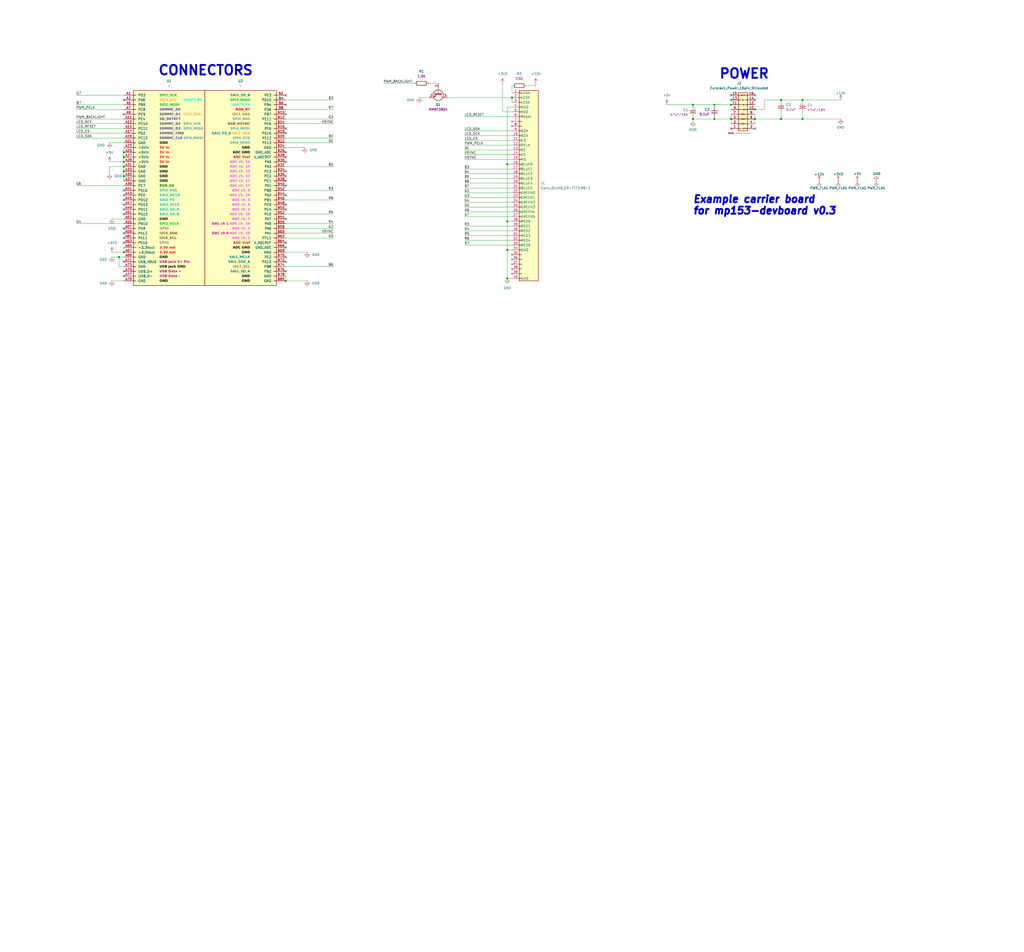
<source format=kicad_sch>
(kicad_sch (version 20250114) (generator "eeschema") (generator_version "9.0")
  (paper "User" 546.1 508)
  (lib_symbols
    (symbol "4ms_Capacitor:100nF_0603_16V" (pin_numbers (hide yes)) (pin_names (offset 0.254) (hide yes))
      (property "Reference" "C" (at 1.905 1.27 0))
      (property "Display" "0.1uF" (at 1.905 -1.27 0))
      (symbol "100nF_0603_16V_1_1"
        (pin passive line (at 0 2.54 270) (length 2.032) (name "~") (number "1"))
        (pin passive line (at 0 -2.54 90) (length 2.032) (name "~") (number "2"))
      )
    )
    (symbol "4ms_Capacitor:47uF_5x5.3_16V" (pin_numbers (hide yes)) (pin_names (offset 0.254) (hide yes))
      (property "Reference" "C" (at 1.905 1.27 0))
      (property "Display" "47uF/16V" (at 1.905 -1.27 0))
      (symbol "47uF_5x5.3_16V_1_1"
        (pin passive line (at 0 2.54 270) (length 2.032) (name "~") (number "1"))
        (pin passive line (at 0 -2.54 90) (length 2.032) (name "~") (number "2"))
      )
    )
    (symbol "4ms_Connector:Conn_01x40_ER-TFT3.99-1" (pin_names (offset 1.016))
      (property "Reference" "J" (at 0 50.8 0))
      (property "Value" "Conn_01x40_ER-TFT3.99-1" (at 0 -53.34 0))
      (symbol "Conn_01x40_ER-TFT3.99-1_1_1"
        (pin passive line (at -5.08 48.26 0) (length 3.81) (name "LEDA") (number "1"))
        (pin passive line (at -5.08 45.72 0) (length 3.81) (name "LEDK") (number "2"))
        (pin passive line (at -5.08 43.18 0) (length 3.81) (name "LEDK") (number "3"))
        (pin passive line (at -5.08 40.64 0) (length 3.81) (name "GND") (number "4"))
        (pin passive line (at -5.08 38.1 0) (length 3.81) (name "VDD") (number "5"))
        (pin passive line (at -5.08 35.56 0) (length 3.81) (name "Reset") (number "6"))
        (pin no_connect line (at -5.08 33.02 0) (length 3.81) (name "") (number "7"))
        (pin no_connect line (at -5.08 30.48 0) (length 3.81) (name "") (number "8"))
        (pin passive line (at -5.08 27.94 0) (length 3.81) (name "SDA") (number "9"))
        (pin passive line (at -5.08 25.4 0) (length 3.81) (name "SCK") (number "10"))
        (pin passive line (at -5.08 22.86 0) (length 3.81) (name "CS") (number "11"))
        (pin passive line (at -5.08 20.32 0) (length 3.81) (name "PCLK") (number "12"))
        (pin passive line (at -5.08 17.78 0) (length 3.81) (name "DE") (number "13"))
        (pin passive line (at -5.08 15.24 0) (length 3.81) (name "VS") (number "14"))
        (pin passive line (at -5.08 12.7 0) (length 3.81) (name "HS") (number "15"))
        (pin passive line (at -5.08 10.16 0) (length 3.81) (name "BLUE0") (number "16"))
        (pin passive line (at -5.08 7.62 0) (length 3.81) (name "BLUE1") (number "17"))
        (pin passive line (at -5.08 5.08 0) (length 3.81) (name "BLUE2") (number "18"))
        (pin passive line (at -5.08 2.54 0) (length 3.81) (name "BLUE3") (number "19"))
        (pin passive line (at -5.08 0 0) (length 3.81) (name "BLUE4") (number "20"))
        (pin passive line (at -5.08 -2.54 0) (length 3.81) (name "BLUE5") (number "21"))
        (pin passive line (at -5.08 -5.08 0) (length 3.81) (name "GREEN0") (number "22"))
        (pin passive line (at -5.08 -7.62 0) (length 3.81) (name "GREEN1") (number "23"))
        (pin passive line (at -5.08 -10.16 0) (length 3.81) (name "GREEN2") (number "24"))
        (pin passive line (at -5.08 -12.7 0) (length 3.81) (name "GREEN3") (number "25"))
        (pin passive line (at -5.08 -15.24 0) (length 3.81) (name "GREEN4") (number "26"))
        (pin passive line (at -5.08 -17.78 0) (length 3.81) (name "GREEN5") (number "27"))
        (pin passive line (at -5.08 -20.32 0) (length 3.81) (name "RED0") (number "28"))
        (pin passive line (at -5.08 -22.86 0) (length 3.81) (name "RED1") (number "29"))
        (pin passive line (at -5.08 -25.4 0) (length 3.81) (name "RED2") (number "30"))
        (pin passive line (at -5.08 -27.94 0) (length 3.81) (name "RED3") (number "31"))
        (pin passive line (at -5.08 -30.48 0) (length 3.81) (name "RED4") (number "32"))
        (pin passive line (at -5.08 -33.02 0) (length 3.81) (name "RED5") (number "33"))
        (pin passive line (at -5.08 -35.56 0) (length 3.81) (name "GND") (number "34"))
        (pin no_connect line (at -5.08 -38.1 0) (length 3.81) (name "") (number "35"))
        (pin no_connect line (at -5.08 -40.64 0) (length 3.81) (name "") (number "36"))
        (pin no_connect line (at -5.08 -43.18 0) (length 3.81) (name "") (number "37"))
        (pin no_connect line (at -5.08 -45.72 0) (length 3.81) (name "") (number "38"))
        (pin no_connect line (at -5.08 -48.26 0) (length 3.81) (name "") (number "39"))
        (pin passive line (at -5.08 -50.8 0) (length 3.81) (name "GND") (number "40"))
      )
    )
    (symbol "4ms_Connector:Eurorack_Power_16pin_Shrouded" (pin_names (offset 0.0254) (hide yes))
      (property "Reference" "J" (at 0 11.43 0))
      (property "Value" "Eurorack_Power_16pin_Shrouded" (at 0 13.97 0))
      (symbol "Eurorack_Power_16pin_Shrouded_0_0"
        (text "STRIPE" (at -6.35 -11.43 0) (effects (font (size 0.635 0.635))))
        (text "GATE" (at 0 8.89 0) (effects (font (size 0.635 0.635))))
        (text "CV" (at 0 6.35 0) (effects (font (size 0.635 0.635))))
        (text "+5" (at 0 3.81 0) (effects (font (size 0.635 0.635))))
        (text "+12" (at 0 1.27 0) (effects (font (size 0.635 0.635))))
        (text "GND" (at 0 -1.27 0) (effects (font (size 0.635 0.635))))
        (text "GND" (at 0 -3.81 0) (effects (font (size 0.635 0.635))))
        (text "GND" (at 0 -6.35 0) (effects (font (size 0.635 0.635))))
        (text "-12" (at 0 -8.89 0) (effects (font (size 0.635 0.635))))
      )
      (symbol "Eurorack_Power_16pin_Shrouded_1_1"
        (pin passive line (at -6.35 8.89 0) (length 3.81) (name "GATE") (number "15"))
        (pin passive line (at -6.35 6.35 0) (length 3.81) (name "CV") (number "13"))
        (pin passive line (at -6.35 3.81 0) (length 3.81) (name "5V") (number "11"))
        (pin passive line (at -6.35 1.27 0) (length 3.81) (name "+12V") (number "9"))
        (pin passive line (at -6.35 -1.27 0) (length 3.81) (name "GND") (number "7"))
        (pin passive line (at -6.35 -3.81 0) (length 3.81) (name "GND") (number "5"))
        (pin passive line (at -6.35 -6.35 0) (length 3.81) (name "GND") (number "3"))
        (pin passive line (at -6.35 -8.89 0) (length 3.81) (name "-12V") (number "1"))
        (pin passive line (at 6.35 8.89 180) (length 3.81) (name "GATE") (number "16"))
        (pin passive line (at 6.35 6.35 180) (length 3.81) (name "CV") (number "14"))
        (pin passive line (at 6.35 3.81 180) (length 3.81) (name "5V") (number "12"))
        (pin passive line (at 6.35 1.27 180) (length 3.81) (name "+12V") (number "10"))
        (pin passive line (at 6.35 -1.27 180) (length 3.81) (name "GND") (number "8"))
        (pin passive line (at 6.35 -3.81 180) (length 3.81) (name "GND") (number "6"))
        (pin passive line (at 6.35 -6.35 180) (length 3.81) (name "GND") (number "4"))
        (pin passive line (at 6.35 -8.89 180) (length 3.81) (name "-12V") (number "2"))
      )
    )
    (symbol "4ms_Power_Symbol:+5V" (power) (pin_names (offset 0))
      (property "Value" "+5V" (at 0 3.556 0))
      (symbol "+5V_1_1"
        (pin power_in line (at 0 0 90) (length 0) (hide yes) (name "+5V") (number "1"))
      )
    )
    (symbol "4ms_Resistor_0603:1.5k_0603" (pin_numbers (hide yes)) (pin_names (offset 0))
      (property "Reference" "R" (at 2.032 0 90))
      (property "Display" "1.5k" (at 3.81 0 90))
      (symbol "1.5k_0603_1_1"
        (pin passive line (at 0 3.81 270) (length 1.27) (name "~") (number "1"))
        (pin passive line (at 0 -3.81 90) (length 1.27) (name "~") (number "2"))
      )
    )
    (symbol "4ms_Resistor_0603:33Ω_0603" (pin_numbers (hide yes)) (pin_names (offset 0))
      (property "Reference" "R" (at 2.032 0 90))
      (property "Display" "33Ω" (at 3.81 0 90))
      (symbol "33Ω_0603_1_1"
        (pin passive line (at 0 3.81 270) (length 1.27) (name "~") (number "1"))
        (pin passive line (at 0 -3.81 90) (length 1.27) (name "~") (number "2"))
      )
    )
    (symbol "4ms_Transistor:MMBT3904" (pin_names (offset 0) (hide yes))
      (property "Reference" "Q" (at 5.08 1.27 0))
      (property "Display" "MMBT3904" (at 8.89 -1.27 0))
      (symbol "MMBT3904_1_1"
        (pin input line (at -5.08 0 0) (length 2.54) (name "B") (number "1"))
        (pin passive line (at 2.54 5.08 270) (length 2.54) (name "C") (number "3"))
        (pin passive line (at 2.54 -5.08 90) (length 2.54) (name "E") (number "2"))
      )
    )
    (symbol "mp153-devboard:mp153-devboard-v0.1-socket-A" (pin_names (offset 2.54))
      (property "Reference" "U" (at -1.27 53.34 0))
      (symbol "mp153-devboard-v0.1-socket-A_1_1"
        (text "SPI2_SCK" (at -5.08 49.53 0) (effects (font (size 1.27 1.27) (bold yes)) (justify left)))
        (text "I2C3_SCL" (at -5.08 46.99 0) (effects (font (size 1.27 1.27) (bold yes)) (justify left)))
        (text "SPI2_MOSI" (at -5.08 44.45 0) (effects (font (size 1.27 1.27) (bold yes)) (justify left)))
        (text "SDMMC_D0" (at -5.08 41.91 0) (effects (font (size 1.27 1.27) (bold yes)) (justify left)))
        (text "SDMMC_D1" (at -5.08 39.37 0) (effects (font (size 1.27 1.27) (bold yes)) (justify left)))
        (text "SD_DETECT" (at -5.08 36.83 0) (effects (font (size 1.27 1.27) (bold yes)) (justify left)))
        (text "SDMMC_D2" (at -5.08 34.29 0) (effects (font (size 1.27 1.27) (bold yes)) (justify left)))
        (text "SDMMC_D3" (at -5.08 31.75 0) (effects (font (size 1.27 1.27) (bold yes)) (justify left)))
        (text "SDMMC_CMD" (at -5.08 29.21 0) (effects (font (size 1.27 1.27) (bold yes)) (justify left)))
        (text "SDMMC_CLK" (at -5.08 26.67 0) (effects (font (size 1.27 1.27) (bold yes)) (justify left)))
        (text "GND" (at -5.08 24.13 0) (effects (font (size 1.27 1.27) (bold yes)) (justify left)))
        (text "5V In" (at -5.08 21.59 0) (effects (font (size 1.27 1.27) (bold yes)) (justify left)))
        (text "5V In" (at -5.08 19.05 0) (effects (font (size 1.27 1.27) (bold yes)) (justify left)))
        (text "5V In" (at -5.08 16.51 0) (effects (font (size 1.27 1.27) (bold yes)) (justify left)))
        (text "5V In" (at -5.08 13.97 0) (effects (font (size 1.27 1.27) (bold yes)) (justify left)))
        (text "GND" (at -5.08 11.43 0) (effects (font (size 1.27 1.27) (bold yes)) (justify left)))
        (text "GND" (at -5.08 8.89 0) (effects (font (size 1.27 1.27) (bold yes)) (justify left)))
        (text "GND" (at -5.08 6.35 0) (effects (font (size 1.27 1.27) (bold yes)) (justify left)))
        (text "GND" (at -5.08 3.81 0) (effects (font (size 1.27 1.27) (bold yes)) (justify left)))
        (text "RGB_G6" (at -5.08 1.27 0) (effects (font (size 1.27 1.27) (bold yes)) (justify left)))
        (text "SPI3_NSS" (at -5.08 -1.27 0) (effects (font (size 1.27 1.27) (bold yes)) (justify left)))
        (text "SAI2_MCLK" (at -5.08 -3.81 0) (effects (font (size 1.27 1.27) (bold yes)) (justify left)))
        (text "SAI2_FS" (at -5.08 -6.35 0) (effects (font (size 1.27 1.27) (bold yes)) (justify left)))
        (text "SAI2_SCLK" (at -5.08 -8.89 0) (effects (font (size 1.27 1.27) (bold yes)) (justify left)))
        (text "SAI2_SD_A" (at -5.08 -11.43 0) (effects (font (size 1.27 1.27) (bold yes)) (justify left)))
        (text "SAI2_SD_B" (at -5.08 -13.97 0) (effects (font (size 1.27 1.27) (bold yes)) (justify left)))
        (text "GND" (at -5.08 -16.51 0) (effects (font (size 1.27 1.27) (bold yes)) (justify left)))
        (text "SPI2_SCLK" (at -5.08 -19.05 0) (effects (font (size 1.27 1.27) (bold yes)) (justify left)))
        (text "GPIO" (at -5.08 -21.59 0) (effects (font (size 1.27 1.27) (bold yes)) (justify left)))
        (text "I2C6_SDA" (at -5.08 -24.13 0) (effects (font (size 1.27 1.27) (bold yes)) (justify left)))
        (text "I2C6_SCL" (at -5.08 -26.67 0) (effects (font (size 1.27 1.27) (bold yes)) (justify left)))
        (text "GPIO" (at -5.08 -29.21 0) (effects (font (size 1.27 1.27) (bold yes)) (justify left)))
        (text "3.3V out" (at -5.08 -31.75 0) (effects (font (size 1.27 1.27) (bold yes)) (justify left)))
        (text "3.3V out" (at -5.08 -34.29 0) (effects (font (size 1.27 1.27) (bold yes)) (justify left)))
        (text "GND" (at -5.08 -36.83 0) (effects (font (size 1.27 1.27) (bold yes)) (justify left)))
        (text "USB Jack V+ Pin" (at -5.08 -39.37 0) (effects (font (size 1.27 1.27) (bold yes)) (justify left)))
        (text "USB Jack GND" (at -5.08 -41.91 0) (effects (font (size 1.27 1.27) (bold yes)) (justify left)))
        (text "USB Data +" (at -5.08 -44.45 0) (effects (font (size 1.27 1.27) (bold yes)) (justify left)))
        (text "USB Data -" (at -5.08 -46.99 0) (effects (font (size 1.27 1.27) (bold yes)) (justify left)))
        (text "GND" (at -5.08 -49.53 0) (effects (font (size 1.27 1.27) (bold yes)) (justify left)))
        (text "UART7_RX" (at 7.62 46.99 0) (effects (font (size 1.27 1.27) (bold yes)) (justify left)))
        (text "I2C3_SDA" (at 7.62 39.37 0) (effects (font (size 1.27 1.27) (bold yes)) (justify left)))
        (text "SPI3_SCK" (at 7.62 34.29 0) (effects (font (size 1.27 1.27) (bold yes)) (justify left)))
        (text "SPI3_MISO" (at 7.62 31.75 0) (effects (font (size 1.27 1.27) (bold yes)) (justify left)))
        (text "SPI3_MOSI" (at 7.62 26.67 0) (effects (font (size 1.27 1.27) (bold yes)) (justify left)))
        (pin passive line (at -24.13 49.53 0) (length 5.08) (name "PD3") (number "A1"))
        (pin passive line (at -24.13 46.99 0) (length 5.08) (name "PA8") (number "A3"))
        (pin passive line (at -24.13 44.45 0) (length 5.08) (name "PB9") (number "A5"))
        (pin passive line (at -24.13 41.91 0) (length 5.08) (name "PC8") (number "A7"))
        (pin passive line (at -24.13 39.37 0) (length 5.08) (name "PC9") (number "A9"))
        (pin passive line (at -24.13 36.83 0) (length 5.08) (name "PE4") (number "A11"))
        (pin passive line (at -24.13 34.29 0) (length 5.08) (name "PC10") (number "A13"))
        (pin passive line (at -24.13 31.75 0) (length 5.08) (name "PC11") (number "A15"))
        (pin passive line (at -24.13 29.21 0) (length 5.08) (name "PD2") (number "A17"))
        (pin passive line (at -24.13 26.67 0) (length 5.08) (name "PC12") (number "A19"))
        (pin passive line (at -24.13 24.13 0) (length 5.08) (name "GND") (number "A21"))
        (pin passive line (at -24.13 21.59 0) (length 5.08) (name "+5Vin") (number "A23"))
        (pin passive line (at -24.13 19.05 0) (length 5.08) (name "+5Vin") (number "A25"))
        (pin passive line (at -24.13 16.51 0) (length 5.08) (name "+5Vin") (number "A27"))
        (pin passive line (at -24.13 13.97 0) (length 5.08) (name "+5Vin") (number "A29"))
        (pin passive line (at -24.13 11.43 0) (length 5.08) (name "GND") (number "A31"))
        (pin passive line (at -24.13 8.89 0) (length 5.08) (name "GND") (number "A33"))
        (pin passive line (at -24.13 6.35 0) (length 5.08) (name "GND") (number "A35"))
        (pin passive line (at -24.13 3.81 0) (length 5.08) (name "GND") (number "A37"))
        (pin passive line (at -24.13 1.27 0) (length 5.08) (name "PC7") (number "A39"))
        (pin passive line (at -24.13 -1.27 0) (length 5.08) (name "PA10") (number "A41"))
        (pin passive line (at -24.13 -3.81 0) (length 5.08) (name "PE0") (number "A43"))
        (pin passive line (at -24.13 -6.35 0) (length 5.08) (name "PD12") (number "A45"))
        (pin passive line (at -24.13 -8.89 0) (length 5.08) (name "PD13") (number "A47"))
        (pin passive line (at -24.13 -11.43 0) (length 5.08) (name "PD11") (number "A49"))
        (pin passive line (at -24.13 -13.97 0) (length 5.08) (name "PG10") (number "A51"))
        (pin passive line (at -24.13 -16.51 0) (length 5.08) (name "GND") (number "A53"))
        (pin passive line (at -24.13 -19.05 0) (length 5.08) (name "PB10") (number "A55"))
        (pin passive line (at -24.13 -21.59 0) (length 5.08) (name "PG9") (number "A57"))
        (pin passive line (at -24.13 -24.13 0) (length 5.08) (name "PA12") (number "A59"))
        (pin passive line (at -24.13 -26.67 0) (length 5.08) (name "PA11") (number "A61"))
        (pin passive line (at -24.13 -29.21 0) (length 5.08) (name "PE10") (number "A63"))
        (pin passive line (at -24.13 -31.75 0) (length 5.08) (name "+3.3Vout") (number "A65"))
        (pin passive line (at -24.13 -34.29 0) (length 5.08) (name "+3.3Vout") (number "A67"))
        (pin passive line (at -24.13 -36.83 0) (length 5.08) (name "GND") (number "A69"))
        (pin passive line (at -24.13 -39.37 0) (length 5.08) (name "USB_VBUS") (number "A71"))
        (pin passive line (at -24.13 -41.91 0) (length 5.08) (name "GND") (number "A73"))
        (pin passive line (at -24.13 -44.45 0) (length 5.08) (name "USB_D+") (number "A75"))
        (pin passive line (at -24.13 -46.99 0) (length 5.08) (name "USB_D-") (number "A77"))
        (pin passive line (at -24.13 -49.53 0) (length 5.08) (name "GND") (number "A79"))
      )
    )
    (symbol "mp153-devboard:mp153-devboard-v0.1-socket-B" (pin_names (offset 2.54))
      (property "Reference" "U" (at 0 53.086 0))
      (symbol "mp153-devboard-v0.1-socket-B_1_1"
        (text "DAC ch 1" (at -6.35 -19.05 0) (effects (font (size 1.27 1.27) (bold yes)) (justify right)))
        (text "DAC ch 0" (at -6.35 -24.13 0) (effects (font (size 1.27 1.27) (bold yes)) (justify right)))
        (text "SAI1_FS_A" (at -5.08 29.21 0) (effects (font (size 1.27 1.27) (bold yes)) (justify right)))
        (text "SAI1_SD_B" (at 5.08 49.53 0) (effects (font (size 1.27 1.27) (bold yes)) (justify right)))
        (text "SPI3_MISO" (at 5.08 46.99 0) (effects (font (size 1.27 1.27) (bold yes)) (justify right)))
        (text "UART7_TX" (at 5.08 44.45 0) (effects (font (size 1.27 1.27) (bold yes)) (justify right)))
        (text "RGB_R7" (at 5.08 41.91 0) (effects (font (size 1.27 1.27) (bold yes)) (justify right)))
        (text "I2C1_SDA" (at 5.08 39.37 0) (effects (font (size 1.27 1.27) (bold yes)) (justify right)))
        (text "SPI4_NSS\n" (at 5.08 36.83 0) (effects (font (size 1.27 1.27) (bold yes)) (justify right)))
        (text "RGB_HSYNC" (at 5.08 34.29 0) (effects (font (size 1.27 1.27) (bold yes)) (justify right)))
        (text "SPI4_MOSI" (at 5.08 31.75 0) (effects (font (size 1.27 1.27) (bold yes)) (justify right)))
        (text "I2C2_SDA" (at 5.08 29.21 0) (effects (font (size 1.27 1.27) (bold yes)) (justify right)))
        (text "SPI4_SCK" (at 5.08 26.67 0) (effects (font (size 1.27 1.27) (bold yes)) (justify right)))
        (text "SPI4_MISO" (at 5.08 24.13 0) (effects (font (size 1.27 1.27) (bold yes)) (justify right)))
        (text "GND" (at 5.08 21.59 0) (effects (font (size 1.27 1.27) (bold yes)) (justify right)))
        (text "ADC GND" (at 5.08 19.05 0) (effects (font (size 1.27 1.27) (bold yes)) (justify right)))
        (text "ADC Vref" (at 5.08 16.51 0) (effects (font (size 1.27 1.27) (bold yes)) (justify right)))
        (text "ADC ch. 16" (at 5.08 13.97 0) (effects (font (size 1.27 1.27) (bold yes)) (justify right)))
        (text "ADC ch. 15" (at 5.08 11.43 0) (effects (font (size 1.27 1.27) (bold yes)) (justify right)))
        (text "ADC ch. 13" (at 5.08 8.89 0) (effects (font (size 1.27 1.27) (bold yes)) (justify right)))
        (text "ADC ch. 12" (at 5.08 6.35 0) (effects (font (size 1.27 1.27) (bold yes)) (justify right)))
        (text "ADC ch. 11" (at 5.08 3.81 0) (effects (font (size 1.27 1.27) (bold yes)) (justify right)))
        (text "ADC ch. 17" (at 5.08 1.27 0) (effects (font (size 1.27 1.27) (bold yes)) (justify right)))
        (text "ADC ch. 9" (at 5.08 -1.27 0) (effects (font (size 1.27 1.27) (bold yes)) (justify right)))
        (text "ADC ch. 14" (at 5.08 -3.81 0) (effects (font (size 1.27 1.27) (bold yes)) (justify right)))
        (text "ADC ch. 5" (at 5.08 -6.35 0) (effects (font (size 1.27 1.27) (bold yes)) (justify right)))
        (text "ADC ch. 8" (at 5.08 -8.89 0) (effects (font (size 1.27 1.27) (bold yes)) (justify right)))
        (text "ADC ch. 4" (at 5.08 -11.43 0) (effects (font (size 1.27 1.27) (bold yes)) (justify right)))
        (text "ADC ch. 10" (at 5.08 -13.97 0) (effects (font (size 1.27 1.27) (bold yes)) (justify right)))
        (text "ADC ch. 7" (at 5.08 -16.51 0) (effects (font (size 1.27 1.27) (bold yes)) (justify right)))
        (text "ADC ch. 19" (at 5.08 -19.05 0) (effects (font (size 1.27 1.27) (bold yes)) (justify right)))
        (text "ADC ch. 3" (at 5.08 -21.59 0) (effects (font (size 1.27 1.27) (bold yes)) (justify right)))
        (text "ADC ch. 18" (at 5.08 -24.13 0) (effects (font (size 1.27 1.27) (bold yes)) (justify right)))
        (text "ADC ch. 2" (at 5.08 -26.67 0) (effects (font (size 1.27 1.27) (bold yes)) (justify right)))
        (text "ADC Vref" (at 5.08 -29.21 0) (effects (font (size 1.27 1.27) (bold yes)) (justify right)))
        (text "ADC GND" (at 5.08 -31.75 0) (effects (font (size 1.27 1.27) (bold yes)) (justify right)))
        (text "GND" (at 5.08 -34.29 0) (effects (font (size 1.27 1.27) (bold yes)) (justify right)))
        (text "SAI1_MCLK" (at 5.08 -36.83 0) (effects (font (size 1.27 1.27) (bold yes)) (justify right)))
        (text "SAI1_SCK_A" (at 5.08 -39.37 0) (effects (font (size 1.27 1.27) (bold yes)) (justify right)))
        (text "I2C1_SCL" (at 5.08 -41.91 0) (effects (font (size 1.27 1.27) (bold yes)) (justify right)))
        (text "SAI1_SD_A" (at 5.08 -44.45 0) (effects (font (size 1.27 1.27) (bold yes)) (justify right)))
        (text "GND" (at 5.08 -46.99 0) (effects (font (size 1.27 1.27) (bold yes)) (justify right)))
        (text "GND" (at 5.08 -49.53 0) (effects (font (size 1.27 1.27) (bold yes)) (justify right)))
        (pin passive line (at 24.13 49.53 180) (length 5.08) (name "PE3") (number "B2"))
        (pin passive line (at 24.13 46.99 180) (length 5.08) (name "PD10") (number "B4"))
        (pin passive line (at 24.13 44.45 180) (length 5.08) (name "PB4") (number "B6"))
        (pin passive line (at 24.13 41.91 180) (length 5.08) (name "PG6") (number "B8"))
        (pin passive line (at 24.13 39.37 180) (length 5.08) (name "PB7") (number "B10"))
        (pin passive line (at 24.13 36.83 180) (length 5.08) (name "PE11") (number "B12"))
        (pin passive line (at 24.13 34.29 180) (length 5.08) (name "PC6") (number "B14"))
        (pin passive line (at 24.13 31.75 180) (length 5.08) (name "PE6") (number "B16"))
        (pin passive line (at 24.13 29.21 180) (length 5.08) (name "PG15") (number "B18"))
        (pin passive line (at 24.13 26.67 180) (length 5.08) (name "PE12") (number "B20"))
        (pin passive line (at 24.13 24.13 180) (length 5.08) (name "PE13") (number "B22"))
        (pin passive line (at 24.13 21.59 180) (length 5.08) (name "GND") (number "B24"))
        (pin passive line (at 24.13 19.05 180) (length 5.08) (name "GND_ADC") (number "B26"))
        (pin passive line (at 24.13 16.51 180) (length 5.08) (name "V_ADCREF") (number "B28"))
        (pin passive line (at 24.13 13.97 180) (length 5.08) (name "PA0") (number "B30"))
        (pin passive line (at 24.13 11.43 180) (length 5.08) (name "PA3") (number "B32"))
        (pin passive line (at 24.13 8.89 180) (length 5.08) (name "PC3") (number "B34"))
        (pin passive line (at 24.13 6.35 180) (length 5.08) (name "PC2") (number "B36"))
        (pin passive line (at 24.13 3.81 180) (length 5.08) (name "PC1") (number "B38"))
        (pin passive line (at 24.13 1.27 180) (length 5.08) (name "PA1") (number "B40"))
        (pin passive line (at 24.13 -1.27 180) (length 5.08) (name "PB0") (number "B42"))
        (pin passive line (at 24.13 -3.81 180) (length 5.08) (name "PA2") (number "B44"))
        (pin passive line (at 24.13 -6.35 180) (length 5.08) (name "PB1") (number "B46"))
        (pin passive line (at 24.13 -8.89 180) (length 5.08) (name "PC5") (number "B48"))
        (pin passive line (at 24.13 -11.43 180) (length 5.08) (name "PC4") (number "B50"))
        (pin passive line (at 24.13 -13.97 180) (length 5.08) (name "PC0") (number "B52"))
        (pin passive line (at 24.13 -16.51 180) (length 5.08) (name "PA7") (number "B54"))
        (pin passive line (at 24.13 -19.05 180) (length 5.08) (name "PA5") (number "B56"))
        (pin passive line (at 24.13 -21.59 180) (length 5.08) (name "PA6") (number "B58"))
        (pin passive line (at 24.13 -24.13 180) (length 5.08) (name "PA4") (number "B60"))
        (pin passive line (at 24.13 -26.67 180) (length 5.08) (name "PF11") (number "B62"))
        (pin passive line (at 24.13 -29.21 180) (length 5.08) (name "V_ADCREF") (number "B64"))
        (pin passive line (at 24.13 -31.75 180) (length 5.08) (name "GND_ADC") (number "B66"))
        (pin passive line (at 24.13 -34.29 180) (length 5.08) (name "GND") (number "B68"))
        (pin passive line (at 24.13 -36.83 180) (length 5.08) (name "PE2") (number "B70"))
        (pin passive line (at 24.13 -39.37 180) (length 5.08) (name "PG13") (number "B72"))
        (pin passive line (at 24.13 -41.91 180) (length 5.08) (name "PB8") (number "B74"))
        (pin passive line (at 24.13 -44.45 180) (length 5.08) (name "PB2") (number "B76"))
        (pin passive line (at 24.13 -46.99 180) (length 5.08) (name "GND") (number "B78"))
        (pin passive line (at 24.13 -49.53 180) (length 5.08) (name "GND") (number "B80"))
      )
    )
    (symbol "power:+12V" (power) (pin_numbers (hide yes)) (pin_names (offset 0) (hide yes))
      (property "Value" "+12V" (at 0 3.556 0))
      (symbol "+12V_1_1"
        (pin power_in line (at 0 0 90) (length 0) (name "~") (number "1"))
      )
    )
    (symbol "power:+3.3V" (power) (pin_numbers (hide yes)) (pin_names (offset 0) (hide yes))
      (property "Value" "+3.3V" (at 0 3.556 0))
      (symbol "+3.3V_1_1"
        (pin power_in line (at 0 0 90) (length 0) (name "~") (number "1"))
      )
    )
    (symbol "power:+5V" (power) (pin_numbers (hide yes)) (pin_names (offset 0) (hide yes))
      (property "Value" "+5V" (at 0 3.556 0))
      (symbol "+5V_1_1"
        (pin power_in line (at 0 0 90) (length 0) (name "~") (number "1"))
      )
    )
    (symbol "power:GND" (power) (pin_numbers (hide yes)) (pin_names (offset 0) (hide yes))
      (property "Value" "GND" (at 0 -3.81 0))
      (symbol "GND_1_1"
        (pin power_in line (at 0 0 270) (length 0) (name "~") (number "1"))
      )
    )
    (symbol "power:PWR_FLAG" (power) (pin_numbers (hide yes)) (pin_names (offset 0) (hide yes))
      (property "Value" "PWR_FLAG" (at 0 3.81 0))
      (symbol "PWR_FLAG_0_0"
        (pin power_out line (at 0 0 90) (length 0) (name "~") (number "1"))
      )
    )
  )
  (text "POWER" (at 383.286 42.418 0) (effects (font (size 5.08 5.08) (thickness 1.016) (bold yes)) (justify left bottom)))
  (text "CONNECTORS " (at 84.074 40.64 0) (effects (font (size 5.08 5.08) (thickness 1.016) (bold yes)) (justify left bottom)))
  (text "Example carrier board\nfor mp153-devboard v0.3" (at 369.316 114.808 0) (effects (font (size 3.81 3.81) (thickness 1.27) (bold yes) (italic yes)) (justify left bottom)))
  (junction (at 389.89 63.5))
  (junction (at 152.4 149.86))
  (junction (at 270.51 118.11))
  (junction (at 66.04 134.62))
  (junction (at 66.04 81.28))
  (junction (at 402.59 58.42))
  (junction (at 416.56 63.5))
  (junction (at 66.04 91.44))
  (junction (at 270.51 87.63))
  (junction (at 66.04 86.36))
  (junction (at 416.56 53.34))
  (junction (at 381 63.5))
  (junction (at 270.51 148.59))
  (junction (at 63.5 137.16))
  (junction (at 369.57 63.5))
  (junction (at 427.99 53.34))
  (junction (at 66.04 88.9))
  (junction (at 381 55.88))
  (junction (at 270.51 133.35))
  (junction (at 427.99 63.5))
  (junction (at 66.04 93.98))
  (junction (at 389.89 55.88))
  (junction (at 273.05 52.07))
  (junction (at 66.04 83.82))
  (junction (at 369.57 55.88))
  (junction (at 402.59 63.5))
  (no_connect (at 152.4 55.88))
  (no_connect (at 66.04 60.96))
  (no_connect (at 152.4 111.76))
  (no_connect (at 66.04 104.14))
  (no_connect (at 66.04 147.32))
  (no_connect (at 66.04 111.76))
  (no_connect (at 66.04 129.54))
  (no_connect (at 66.04 101.6))
  (no_connect (at 66.04 53.34))
  (no_connect (at 66.04 124.46))
  (no_connect (at 66.04 127))
  (no_connect (at 152.4 104.14))
  (no_connect (at 152.4 93.98))
  (no_connect (at 152.4 60.96))
  (no_connect (at 389.89 53.34))
  (no_connect (at 152.4 68.58))
  (no_connect (at 152.4 99.06))
  (no_connect (at 66.04 109.22))
  (no_connect (at 389.89 68.58))
  (no_connect (at 152.4 96.52))
  (no_connect (at 66.04 106.68))
  (no_connect (at 152.4 144.78))
  (no_connect (at 389.89 50.8))
  (no_connect (at 152.4 91.44))
  (no_connect (at 152.4 86.36))
  (no_connect (at 152.4 139.7))
  (no_connect (at 152.4 50.8))
  (no_connect (at 402.59 50.8))
  (no_connect (at 152.4 132.08))
  (no_connect (at 152.4 116.84))
  (no_connect (at 66.04 114.3))
  (no_connect (at 152.4 137.16))
  (no_connect (at 66.04 139.7))
  (no_connect (at 402.59 53.34))
  (no_connect (at 152.4 109.22))
  (no_connect (at 402.59 68.58))
  (no_connect (at 152.4 129.54))
  (no_connect (at 152.4 71.12))
  (no_connect (at 66.04 121.92))
  (no_connect (at 152.4 83.82))
  (no_connect (at 152.4 81.28))
  (no_connect (at 66.04 144.78))
  (wire (pts (xy 273.05 130.81) (xy 247.65 130.81)))
  (wire (pts (xy 58.42 88.9) (xy 66.04 88.9)))
  (wire (pts (xy 247.65 72.39) (xy 273.05 72.39)))
  (wire (pts (xy 381 62.23) (xy 381 63.5)))
  (wire (pts (xy 270.51 118.11) (xy 273.05 118.11)))
  (wire (pts (xy 152.4 78.74) (xy 162.56 78.74)))
  (wire (pts (xy 40.64 63.5) (xy 66.04 63.5)))
  (wire (pts (xy 389.89 63.5) (xy 389.89 66.04)))
  (wire (pts (xy 427.99 54.61) (xy 427.99 53.34)))
  (wire (pts (xy 273.05 133.35) (xy 270.51 133.35)))
  (wire (pts (xy 152.4 119.38) (xy 177.8 119.38)))
  (wire (pts (xy 152.4 114.3) (xy 177.8 114.3)))
  (wire (pts (xy 273.05 115.57) (xy 247.65 115.57)))
  (wire (pts (xy 59.69 149.86) (xy 66.04 149.86)))
  (wire (pts (xy 369.57 64.77) (xy 369.57 63.5)))
  (wire (pts (xy 273.05 90.17) (xy 247.65 90.17)))
  (wire (pts (xy 66.04 86.36) (xy 58.42 86.36)))
  (wire (pts (xy 152.4 53.34) (xy 177.8 53.34)))
  (wire (pts (xy 152.4 63.5) (xy 177.8 63.5)))
  (wire (pts (xy 152.4 66.04) (xy 177.8 66.04)))
  (wire (pts (xy 416.56 59.69) (xy 416.56 63.5)))
  (wire (pts (xy 152.4 73.66) (xy 177.8 73.66)))
  (wire (pts (xy 66.04 78.74) (xy 66.04 81.28)))
  (wire (pts (xy 355.6 55.88) (xy 369.57 55.88)))
  (wire (pts (xy 273.05 125.73) (xy 247.65 125.73)))
  (wire (pts (xy 152.4 121.92) (xy 177.8 121.92)))
  (wire (pts (xy 381 63.5) (xy 389.89 63.5)))
  (wire (pts (xy 247.65 69.85) (xy 273.05 69.85)))
  (wire (pts (xy 152.4 58.42) (xy 177.8 58.42)))
  (wire (pts (xy 416.56 54.61) (xy 416.56 53.34)))
  (wire (pts (xy 402.59 63.5) (xy 402.59 66.04)))
  (wire (pts (xy 402.59 63.5) (xy 416.56 63.5)))
  (wire (pts (xy 273.05 128.27) (xy 247.65 128.27)))
  (wire (pts (xy 59.69 116.84) (xy 66.04 116.84)))
  (wire (pts (xy 40.64 71.12) (xy 66.04 71.12)))
  (wire (pts (xy 59.69 134.62) (xy 66.04 134.62)))
  (wire (pts (xy 381 57.15) (xy 381 55.88)))
  (wire (pts (xy 247.65 77.47) (xy 273.05 77.47)))
  (wire (pts (xy 273.05 95.25) (xy 247.65 95.25)))
  (wire (pts (xy 427.99 59.69) (xy 427.99 63.5)))
  (wire (pts (xy 152.4 127) (xy 177.8 127)))
  (wire (pts (xy 285.75 44.45) (xy 285.75 45.72)))
  (wire (pts (xy 402.59 58.42) (xy 407.67 58.42)))
  (wire (pts (xy 273.05 45.72) (xy 273.05 49.53)))
  (wire (pts (xy 407.67 58.42) (xy 407.67 53.34)))
  (wire (pts (xy 280.67 45.72) (xy 285.75 45.72)))
  (wire (pts (xy 273.05 120.65) (xy 247.65 120.65)))
  (wire (pts (xy 66.04 83.82) (xy 66.04 86.36)))
  (wire (pts (xy 238.76 52.07) (xy 273.05 52.07)))
  (wire (pts (xy 40.64 66.04) (xy 66.04 66.04)))
  (wire (pts (xy 152.4 88.9) (xy 177.8 88.9)))
  (wire (pts (xy 407.67 53.34) (xy 416.56 53.34)))
  (wire (pts (xy 66.04 132.08) (xy 66.04 134.62)))
  (wire (pts (xy 389.89 58.42) (xy 402.59 58.42)))
  (wire (pts (xy 228.6 52.07) (xy 223.52 52.07)))
  (wire (pts (xy 389.89 63.5) (xy 402.59 63.5)))
  (wire (pts (xy 247.65 62.23) (xy 273.05 62.23)))
  (wire (pts (xy 63.5 137.16) (xy 66.04 137.16)))
  (wire (pts (xy 247.65 74.93) (xy 273.05 74.93)))
  (wire (pts (xy 273.05 52.07) (xy 273.05 54.61)))
  (wire (pts (xy 273.05 97.79) (xy 247.65 97.79)))
  (wire (pts (xy 389.89 55.88) (xy 402.59 55.88)))
  (wire (pts (xy 152.4 101.6) (xy 177.8 101.6)))
  (wire (pts (xy 273.05 85.09) (xy 247.65 85.09)))
  (wire (pts (xy 369.57 57.15) (xy 369.57 55.88)))
  (wire (pts (xy 63.5 137.16) (xy 63.5 142.24)))
  (wire (pts (xy 58.42 76.2) (xy 66.04 76.2)))
  (wire (pts (xy 416.56 63.5) (xy 427.99 63.5)))
  (wire (pts (xy 270.51 133.35) (xy 270.51 148.59)))
  (wire (pts (xy 40.64 73.66) (xy 66.04 73.66)))
  (wire (pts (xy 267.97 44.45) (xy 267.97 59.69)))
  (wire (pts (xy 40.64 58.42) (xy 66.04 58.42)))
  (wire (pts (xy 66.04 81.28) (xy 66.04 83.82)))
  (wire (pts (xy 273.05 105.41) (xy 247.65 105.41)))
  (wire (pts (xy 273.05 107.95) (xy 247.65 107.95)))
  (wire (pts (xy 416.56 53.34) (xy 427.99 53.34)))
  (wire (pts (xy 152.4 106.68) (xy 177.8 106.68)))
  (wire (pts (xy 427.99 63.5) (xy 448.31 63.5)))
  (wire (pts (xy 204.47 44.45) (xy 220.98 44.45)))
  (wire (pts (xy 63.5 142.24) (xy 66.04 142.24)))
  (wire (pts (xy 66.04 88.9) (xy 66.04 91.44)))
  (wire (pts (xy 152.4 147.32) (xy 152.4 149.86)))
  (wire (pts (xy 273.05 123.19) (xy 247.65 123.19)))
  (wire (pts (xy 66.04 91.44) (xy 66.04 93.98)))
  (wire (pts (xy 273.05 59.69) (xy 267.97 59.69)))
  (wire (pts (xy 152.4 149.86) (xy 163.83 149.86)))
  (wire (pts (xy 59.69 137.16) (xy 63.5 137.16)))
  (wire (pts (xy 369.57 63.5) (xy 381 63.5)))
  (wire (pts (xy 66.04 93.98) (xy 66.04 96.52)))
  (wire (pts (xy 273.05 92.71) (xy 247.65 92.71)))
  (wire (pts (xy 40.64 68.58) (xy 66.04 68.58)))
  (wire (pts (xy 152.4 142.24) (xy 177.8 142.24)))
  (wire (pts (xy 369.57 62.23) (xy 369.57 63.5)))
  (wire (pts (xy 66.04 99.06) (xy 40.64 99.06)))
  (wire (pts (xy 270.51 87.63) (xy 270.51 118.11)))
  (wire (pts (xy 58.42 92.71) (xy 58.42 88.9)))
  (wire (pts (xy 270.51 118.11) (xy 270.51 133.35)))
  (wire (pts (xy 152.4 76.2) (xy 177.8 76.2)))
  (wire (pts (xy 152.4 124.46) (xy 177.8 124.46)))
  (wire (pts (xy 273.05 102.87) (xy 247.65 102.87)))
  (wire (pts (xy 66.04 50.8) (xy 40.64 50.8)))
  (wire (pts (xy 228.6 44.45) (xy 233.68 44.45)))
  (wire (pts (xy 402.59 60.96) (xy 402.59 63.5)))
  (wire (pts (xy 389.89 60.96) (xy 389.89 63.5)))
  (wire (pts (xy 273.05 100.33) (xy 247.65 100.33)))
  (wire (pts (xy 273.05 57.15) (xy 270.51 57.15)))
  (wire (pts (xy 381 55.88) (xy 389.89 55.88)))
  (wire (pts (xy 273.05 113.03) (xy 247.65 113.03)))
  (wire (pts (xy 270.51 57.15) (xy 270.51 87.63)))
  (wire (pts (xy 152.4 134.62) (xy 163.83 134.62)))
  (wire (pts (xy 66.04 119.38) (xy 40.64 119.38)))
  (wire (pts (xy 273.05 110.49) (xy 247.65 110.49)))
  (wire (pts (xy 273.05 80.01) (xy 247.65 80.01)))
  (wire (pts (xy 270.51 87.63) (xy 273.05 87.63)))
  (wire (pts (xy 381 55.88) (xy 369.57 55.88)))
  (wire (pts (xy 66.04 55.88) (xy 40.64 55.88)))
  (wire (pts (xy 427.99 53.34) (xy 448.31 53.34)))
  (wire (pts (xy 270.51 148.59) (xy 273.05 148.59)))
  (wire (pts (xy 273.05 82.55) (xy 247.65 82.55)))
  (label "LCD_SCK" (at 40.64 66.04 0))
  (label "B6" (at 247.65 97.79 0))
  (label "G4" (at 40.64 119.38 0))
  (label "B4" (at 247.65 92.71 0))
  (label "VSYNC" (at 177.8 124.46 180))
  (label "G6" (at 247.65 113.03 0))
  (label "LCD_RESET" (at 247.65 62.23 0))
  (label "B5" (at 247.65 95.25 0))
  (label "LCD_SDA" (at 40.64 73.66 0))
  (label "G5" (at 247.65 110.49 0))
  (label "G7" (at 247.65 115.57 0))
  (label "R6" (at 247.65 128.27 0))
  (label "DE" (at 177.8 76.2 180))
  (label "HSYNC" (at 247.65 85.09 0))
  (label "PWM_BACKLIGHT" (at 204.47 44.45 0))
  (label "R7" (at 247.65 130.81 0))
  (label "LCD_CS" (at 247.65 74.93 0))
  (label "G7" (at 40.64 50.8 0))
  (label "G4" (at 247.65 107.95 0))
  (label "HSYNC" (at 177.8 66.04 180))
  (label "PWM_BACKLIGHT" (at 40.64 63.5 0))
  (label "B5" (at 177.8 88.9 180))
  (label "G2" (at 177.8 121.92 180))
  (label "PWM_PCLK" (at 247.65 77.47 0))
  (label "R4" (at 177.8 119.38 180))
  (label "LCD_RESET" (at 40.64 68.58 0))
  (label "G3" (at 247.65 105.41 0))
  (label "PWM_PCLK" (at 40.64 58.42 0))
  (label "B3" (at 247.65 90.17 0))
  (label "VSYNC" (at 247.65 82.55 0))
  (label "R3" (at 177.8 101.6 180))
  (label "B6" (at 177.8 142.24 180))
  (label "B7" (at 247.65 100.33 0))
  (label "LCD_CS" (at 40.64 71.12 0))
  (label "R5" (at 177.8 114.3 180))
  (label "G2" (at 247.65 102.87 0))
  (label "G3" (at 177.8 63.5 180))
  (label "DE" (at 247.65 80.01 0))
  (label "B3" (at 177.8 53.34 180))
  (label "G6" (at 40.64 99.06 0))
  (label "B4" (at 177.8 73.66 180))
  (label "LCD_SDA" (at 247.65 69.85 0))
  (label "G5" (at 177.8 127 180))
  (label "R7" (at 177.8 58.42 180))
  (label "R4" (at 247.65 123.19 0))
  (label "LCD_SCK" (at 247.65 72.39 0))
  (label "R6" (at 177.8 106.68 180))
  (label "R3" (at 247.65 120.65 0))
  (label "R5" (at 247.65 125.73 0))
  (label "B7" (at 40.64 55.88 0))
  (symbol (lib_id "power:GND") (at 163.83 134.62 0) (unit 1)
    (property "Reference" "#PWR09" (effects (hide yes)))
    (property "Value" "GND" (at 166.37 135.8899 0) (effects (justify left)))
    (property "Description" "Power symbol creates a global label with name \"GND\" , ground" (effects (hide yes)))
  )
  (symbol (lib_id "power:GND") (at 369.57 64.77 0) (unit 1)
    (property "Reference" "#PWR016" (effects (hide yes)))
    (property "Value" "GND" (at 369.57 69.2134 0))
    (property "Description" "Power symbol creates a global label with name \"GND\" , ground" (effects (hide yes)))
  )
  (symbol (lib_id "power:GND") (at 58.42 92.71 0) (unit 1)
    (property "Reference" "#PWR03" (effects (hide yes)))
    (property "Value" "GND" (at 60.96 93.9799 0) (effects (justify left)))
    (property "Description" "Power symbol creates a global label with name \"GND\" , ground" (effects (hide yes)))
  )
  (symbol (lib_id "power:GND") (at 59.69 137.16 0) (unit 1)
    (property "Reference" "#PWR06" (effects (hide yes)))
    (property "Value" "GND" (at 57.15 138.4299 0) (effects (justify right)))
    (property "Description" "Power symbol creates a global label with name \"GND\" , ground" (effects (hide yes)))
  )
  (symbol (lib_id "power:+12V") (at 436.88 96.52 0) (unit 1)
    (property "Reference" "#PWR017" (effects (hide yes)))
    (property "Value" "+12V" (at 436.88 93.0181 0))
  )
  (symbol (lib_id "power:PWR_FLAG") (at 457.2 96.52 180) (unit 1)
    (property "Reference" "#FLG03" (effects (hide yes)))
    (property "Value" "PWR_FLAG" (at 457.2 100.33 0))
  )
  (symbol (lib_id "4ms_Resistor_0603:33Ω_0603") (at 276.86 45.72 90) (unit 1)
    (property "Reference" "R2" (at 276.86 39.37 90))
    (property "Value" "33Ω_0603" (effects (hide yes)))
    (property "Footprint" "Resistor_THT:R_Axial_DIN0207_L6.3mm_D2.5mm_P7.62mm_Horizontal" (effects (hide yes)))
    (property "Description" "33Ω, 1%, 1/10W, 0603" (effects (hide yes)))
    (property "Specifications" "33Ω, 1%, 1/10W, 0603" (effects (hide yes)))
    (property "Manufacturer" "Yageo" (effects (hide yes)))
    (property "Part Number" "RC0603FR-0733RL" (effects (hide yes)))
    (property "Display" "33Ω" (at 276.86 41.91 90))
    (property "JLCPCB ID" "C108661" (effects (hide yes)))
    (property "Production Stage" "A" (effects (hide yes)))
  )
  (symbol (lib_id "power:GND") (at 59.69 116.84 0) (unit 1)
    (property "Reference" "#PWR04" (effects (hide yes)))
    (property "Value" "GND" (at 59.69 121.92 0))
    (property "Description" "Power symbol creates a global label with name \"GND\" , ground" (effects (hide yes)))
  )
  (symbol (lib_id "power:+3.3V") (at 447.04 96.52 0) (unit 1)
    (property "Reference" "#PWR018" (effects (hide yes)))
    (property "Value" "+3V3" (at 447.04 92.964 0))
  )
  (symbol (lib_id "4ms_Connector:Eurorack_Power_16pin_Shrouded") (at 396.24 59.69 0) (unit 1)
    (property "Reference" "J2" (at 394.1333 44.45 0))
    (property "Value" "Eurorack_Power_16pin_Shrouded" (at 394.1333 46.99 0))
    (property "Footprint" "4ms_Connector:Pins_2x08_2.54mm_TH_EurorackPower_Shrouded" (effects (hide yes)))
    (property "Description" "Header, Male Pins, 2*8, spacing 2.54mm, straight pin, shrouded and keyed" (effects (hide yes)))
    (property "Specifications" "Header, Male Pins, 2*8, spacing 2.54mm, straight pin, shrouded and keyed" (effects (hide yes)))
    (property "Manufacturer" "Cixi LanLing" (effects (hide yes)))
    (property "Part Number" "LL1007-1 (2*8 HITEMP)" (effects (hide yes)))
    (property "Production Stage" "B" (effects (hide yes)))
  )
  (symbol (lib_id "power:+12V") (at 285.75 44.45 0) (unit 1)
    (property "Reference" "#PWR014" (effects (hide yes)))
    (property "Value" "+12V" (at 285.75 39.37 0))
  )
  (symbol (lib_id "power:GND") (at 467.36 96.52 180) (unit 1)
    (property "Reference" "#PWR022" (effects (hide yes)))
    (property "Value" "GND" (at 467.614 92.71 0))
    (property "Description" "Power symbol creates a global label with name \"GND\" , ground" (effects (hide yes)))
  )
  (symbol (lib_id "power:GND") (at 163.83 149.86 0) (unit 1)
    (property "Reference" "#PWR010" (effects (hide yes)))
    (property "Value" "GND" (at 166.37 151.1299 0) (effects (justify left)))
    (property "Description" "Power symbol creates a global label with name \"GND\" , ground" (effects (hide yes)))
  )
  (symbol (lib_id "4ms_Power_Symbol:+5V") (at 355.6 55.88 0) (unit 1)
    (property "Reference" "#PWR015" (effects (hide yes)))
    (property "Value" "+5V" (at 355.6 50.8 0))
  )
  (symbol (lib_id "mp153-devboard:mp153-devboard-v0.1-socket-B") (at 128.27 100.33 0) (unit 1)
    (property "Reference" "U2" (at 128.27 43.18 0))
    (property "Value" "~" (at 128.27 45.72 0))
    (property "Footprint" "mp153-devboard:mp153-devboard-v0.1-sockets_B" (effects (hide yes)))
    (property "Datasheet" "https://github.com/4ms/mp153-devboard" (effects (hide yes)))
    (property "Description" "Socket B for an mp153-devboard v0.1 (requires Socket A)" (effects (hide yes)))
  )
  (symbol (lib_id "power:+5V") (at 58.42 86.36 0) (unit 1)
    (property "Reference" "#PWR02" (effects (hide yes)))
    (property "Value" "+5V" (at 58.42 81.28 0))
    (property "Description" "Power symbol creates a global label with name \"+5V\"" (effects (hide yes)))
  )
  (symbol (lib_id "power:PWR_FLAG") (at 467.36 96.52 180) (unit 1)
    (property "Reference" "#FLG04" (effects (hide yes)))
    (property "Value" "PWR_FLAG" (at 467.36 100.33 0))
  )
  (symbol (lib_id "4ms_Connector:Conn_01x40_ER-TFT3.99-1") (at 278.13 97.79 0) (unit 1)
    (property "Reference" "J1" (at 288.29 97.7899 0) (effects (justify left)))
    (property "Value" "Conn_01x40_ER-TFT3.99-1" (at 288.29 100.3299 0) (effects (justify left)))
    (property "Footprint" "Connector_FFC-FPC:Amphenol_F32R-1A7x1-11040_1x40-1MP_P0.5mm_Horizontal" (effects (hide yes)))
    (property "Datasheet" "https://www.buydisplay.com/download/manual/ER-TFT3.99-1_Datasheet.pdf" (effects (hide yes)))
    (property "Description" "Generic connector, single row, 01x40, script generated (kicad-library-utils/schlib/autogen/connector/)" (effects (hide yes)))
    (property "Part Number" "ER-TFT3.99-1" (effects (hide yes)))
  )
  (symbol (lib_id "power:GND") (at 270.51 148.59 0) (unit 1)
    (property "Reference" "#PWR013" (effects (hide yes)))
    (property "Value" "GND" (at 270.51 153.67 0))
    (property "Description" "Power symbol creates a global label with name \"GND\" , ground" (effects (hide yes)))
  )
  (symbol (lib_id "4ms_Transistor:MMBT3904") (at 233.68 49.53 270) (unit 1)
    (property "Reference" "Q1" (at 233.68 55.88 90))
    (property "Value" "MMBT3904" (effects (hide yes)))
    (property "Footprint" "Package_TO_SOT_THT:TO-92" (effects (hide yes)))
    (property "Description" "Bipolar Transistor NPN, Gen Purpose, Single" (effects (hide yes)))
    (property "Specifications" "Bipolar Transistor NPN, Gen Purpose" (effects (hide yes)))
    (property "Manufacturer" "Micro Commercial Components" (effects (hide yes)))
    (property "Part Number" "MMBT3904-TP" (effects (hide yes)))
    (property "JLCPCB ID" "C20526" (effects (hide yes)))
    (property "Display" "MMBT3904" (at 233.68 58.42 90))
    (property "Production Stage" "A" (effects (hide yes)))
  )
  (symbol (lib_id "4ms_Capacitor:47uF_5x5.3_16V") (at 369.57 59.69 0) (mirror y) (unit 1)
    (property "Reference" "C1" (at 367.03 58.6232 0) (effects (justify left)))
    (property "Value" "47uF_5x5.3_16V" (effects (hide yes)))
    (property "Footprint" "4ms_Capacitor:CP_Elec_5x5.3" (effects (hide yes)))
    (property "Specifications" "47uF, 16V, 20%, 5.00mmD*5.30mmH, 2000Hrs@85℃" (effects (hide yes)))
    (property "Manufacturer" "Lelon" (effects (hide yes)))
    (property "Part Number" "VES470M1CTR-0505" (effects (hide yes)))
    (property "Display" "47uF/16V" (at 367.03 61.1632 0) (effects (justify left)))
    (property "JLCPCB ID" "C134798" (effects (hide yes)))
    (property "Production Stage" "A" (effects (hide yes)))
  )
  (symbol (lib_id "4ms_Capacitor:100nF_0603_16V") (at 416.56 57.15 0) (unit 1)
    (property "Reference" "C3" (at 419.1 55.8862 0) (effects (justify left)))
    (property "Value" "100nF_0603_16V" (effects (hide yes)))
    (property "Footprint" "4ms_Capacitor:C_0603" (effects (hide yes)))
    (property "Description" "0.1uF, Min. 16V 10%, X7R or X5R or similar" (effects (hide yes)))
    (property "Display" "0.1uF" (at 419.1 58.4262 0) (effects (justify left)))
    (property "Specifications" "0.1uF, Min. 16V 10%, X7R or X5R or similar" (effects (hide yes)))
    (property "Manufacturer" "AVX Corporation" (effects (hide yes)))
    (property "Part Number" "0603YC104KAT2A" (effects (hide yes)))
    (property "JLCPCB ID" "C14663" (effects (hide yes)))
    (property "Production Stage" "A" (effects (hide yes)))
    (property "Manufacturer 2" "Yageo" (effects (hide yes)))
    (property "Part Number 2" "CC0402KRX7R7BB104" (effects (hide yes)))
  )
  (symbol (lib_id "power:+12V") (at 448.31 53.34 0) (unit 1)
    (property "Reference" "#PWR019" (effects (hide yes)))
    (property "Value" "+12V" (at 448.31 49.7642 0))
  )
  (symbol (lib_id "power:GND") (at 448.31 63.5 0) (unit 1)
    (property "Reference" "#PWR020" (effects (hide yes)))
    (property "Value" "GND" (at 448.31 67.9434 0))
    (property "Description" "Power symbol creates a global label with name \"GND\" , ground" (effects (hide yes)))
  )
  (symbol (lib_id "power:+5V") (at 457.2 96.52 0) (unit 1)
    (property "Reference" "#PWR021" (effects (hide yes)))
    (property "Value" "+5V" (at 457.2 92.71 0))
    (property "Description" "Power symbol creates a global label with name \"+5V\"" (effects (hide yes)))
  )
  (symbol (lib_id "power:+3.3V") (at 267.97 44.45 0) (unit 1)
    (property "Reference" "#PWR012" (effects (hide yes)))
    (property "Value" "+3V3" (at 267.97 39.37 0))
  )
  (symbol (lib_id "4ms_Resistor_0603:1.5k_0603") (at 224.79 44.45 90) (unit 1)
    (property "Reference" "R1" (at 224.79 38.1 90))
    (property "Value" "1.5k_0603" (effects (hide yes)))
    (property "Footprint" "Resistor_THT:R_Axial_DIN0207_L6.3mm_D2.5mm_P7.62mm_Horizontal" (effects (hide yes)))
    (property "Description" "1.5k, 1%, 1/10W, 0603" (effects (hide yes)))
    (property "Specifications" "1.5k, 1%, 1/10W, 0603" (effects (hide yes)))
    (property "Manufacturer" "Yageo" (effects (hide yes)))
    (property "Part Number" "RC0603FR-071K5L" (effects (hide yes)))
    (property "Display" "1.5k" (at 224.79 40.64 90))
    (property "JLCPCB ID" "C114668" (effects (hide yes)))
    (property "Production Stage" "A" (effects (hide yes)))
  )
  (symbol (lib_id "power:PWR_FLAG") (at 447.04 96.52 180) (unit 1)
    (property "Reference" "#FLG02" (effects (hide yes)))
    (property "Value" "PWR_FLAG" (at 447.04 100.33 0))
  )
  (symbol (lib_id "power:GND") (at 58.42 76.2 0) (unit 1)
    (property "Reference" "#PWR01" (effects (hide yes)))
    (property "Value" "GND" (at 55.88 77.4699 0) (effects (justify right)))
    (property "Description" "Power symbol creates a global label with name \"GND\" , ground" (effects (hide yes)))
  )
  (symbol (lib_id "4ms_Capacitor:47uF_5x5.3_16V") (at 427.99 57.15 0) (unit 1)
    (property "Reference" "C4" (at 430.53 56.0832 0) (effects (justify left)))
    (property "Value" "47uF_5x5.3_16V" (effects (hide yes)))
    (property "Footprint" "4ms_Capacitor:CP_Elec_5x5.3" (effects (hide yes)))
    (property "Specifications" "47uF, 16V, 20%, 5.00mmD*5.30mmH, 2000Hrs@85℃" (effects (hide yes)))
    (property "Manufacturer" "Lelon" (effects (hide yes)))
    (property "Part Number" "VES470M1CTR-0505" (effects (hide yes)))
    (property "Display" "47uF/16V" (at 430.53 58.6232 0) (effects (justify left)))
    (property "JLCPCB ID" "C134798" (effects (hide yes)))
    (property "Production Stage" "A" (effects (hide yes)))
  )
  (symbol (lib_id "power:PWR_FLAG") (at 436.88 96.52 180) (unit 1)
    (property "Reference" "#FLG01" (effects (hide yes)))
    (property "Value" "PWR_FLAG" (at 436.88 100.33 0))
  )
  (symbol (lib_id "power:+3.3V") (at 59.69 134.62 0) (unit 1)
    (property "Reference" "#PWR05" (effects (hide yes)))
    (property "Value" "+3V3" (at 59.69 129.54 0))
  )
  (symbol (lib_id "power:GND") (at 223.52 52.07 0) (mirror y) (unit 1)
    (property "Reference" "#PWR011" (effects (hide yes)))
    (property "Value" "GND" (at 220.98 53.3399 0) (effects (justify left)))
  )
  (symbol (lib_id "4ms_Capacitor:100nF_0603_16V") (at 381 59.69 0) (mirror y) (unit 1)
    (property "Reference" "C2" (at 378.46 58.4262 0) (effects (justify left)))
    (property "Value" "100nF_0603_16V" (effects (hide yes)))
    (property "Footprint" "4ms_Capacitor:C_0603" (effects (hide yes)))
    (property "Description" "0.1uF, Min. 16V 10%, X7R or X5R or similar" (effects (hide yes)))
    (property "Display" "0.1uF" (at 378.46 60.9662 0) (effects (justify left)))
    (property "Specifications" "0.1uF, Min. 16V 10%, X7R or X5R or similar" (effects (hide yes)))
    (property "Manufacturer" "AVX Corporation" (effects (hide yes)))
    (property "Part Number" "0603YC104KAT2A" (effects (hide yes)))
    (property "JLCPCB ID" "C14663" (effects (hide yes)))
    (property "Production Stage" "A" (effects (hide yes)))
    (property "Manufacturer 2" "Yageo" (effects (hide yes)))
    (property "Part Number 2" "CC0402KRX7R7BB104" (effects (hide yes)))
  )
  (symbol (lib_id "power:GND") (at 59.69 149.86 0) (unit 1)
    (property "Reference" "#PWR07" (effects (hide yes)))
    (property "Value" "GND" (at 57.15 151.1299 0) (effects (justify right)))
    (property "Description" "Power symbol creates a global label with name \"GND\" , ground" (effects (hide yes)))
  )
  (symbol (lib_id "mp153-devboard:mp153-devboard-v0.1-socket-A") (at 90.17 100.33 0) (unit 1)
    (property "Reference" "U1" (at 90.17 43.18 0))
    (property "Value" "~" (at 90.17 45.72 0))
    (property "Footprint" "mp153-devboard:mp153-devboard-v0.1-sockets_A" (effects (hide yes)))
    (property "Datasheet" "https://github.com/4ms/mp153-devboard" (effects (hide yes)))
    (property "Description" "Socket A for an mp153-devboard v0.1 (requires Socket B)" (effects (hide yes)))
  )
  (symbol (lib_id "power:GND") (at 162.56 78.74 0) (unit 1)
    (property "Reference" "#PWR08" (effects (hide yes)))
    (property "Value" "GND" (at 165.1 80.0099 0) (effects (justify left)))
    (property "Description" "Power symbol creates a global label with name \"GND\" , ground" (effects (hide yes)))
  )
)
</source>
